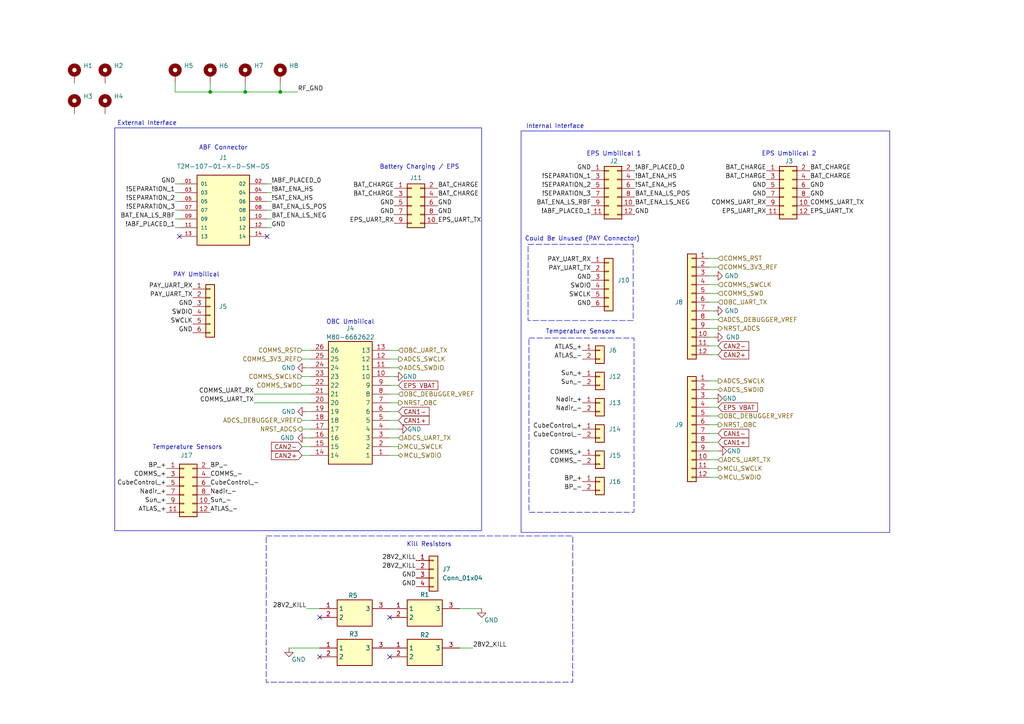
<source format=kicad_sch>
(kicad_sch (version 20231120) (generator "eeschema") (generator_version "8.0")
  (paper "A4")
  (lib_symbols
    (symbol "Connector_Generic:Conn_01x02" (pin_names (offset 1.016) hide)
      (property "Reference" "J" (at 0 2.54 0))
      (property "Value" "Conn_01x02" (at 0 -5.08 0))
      (symbol "Conn_01x02_1_1"
        (rectangle (start -1.27 -2.413) (end 0 -2.667) (stroke (width 0.1524)))
        (rectangle (start -1.27 0.127) (end 0 -0.127) (stroke (width 0.1524)))
        (rectangle (start -1.27 1.27) (end 1.27 -3.81) (stroke (width 0.254)) (fill (type background)))
        (pin passive line (at -5.08 0 0) (length 3.81) (name "Pin_1") (number "1"))
        (pin passive line (at -5.08 -2.54 0) (length 3.81) (name "Pin_2") (number "2"))
      )
    )
    (symbol "Connector_Generic:Conn_01x04" (pin_names (offset 1.016) hide)
      (property "Reference" "J" (at 0 5.08 0))
      (property "Value" "Conn_01x04" (at 0 -7.62 0))
      (symbol "Conn_01x04_1_1"
        (rectangle (start -1.27 -4.953) (end 0 -5.207) (stroke (width 0.1524)))
        (rectangle (start -1.27 -2.413) (end 0 -2.667) (stroke (width 0.1524)))
        (rectangle (start -1.27 0.127) (end 0 -0.127) (stroke (width 0.1524)))
        (rectangle (start -1.27 2.667) (end 0 2.413) (stroke (width 0.1524)))
        (rectangle (start -1.27 3.81) (end 1.27 -6.35) (stroke (width 0.254)) (fill (type background)))
        (pin passive line (at -5.08 2.54 0) (length 3.81) (name "Pin_1") (number "1"))
        (pin passive line (at -5.08 0 0) (length 3.81) (name "Pin_2") (number "2"))
        (pin passive line (at -5.08 -2.54 0) (length 3.81) (name "Pin_3") (number "3"))
        (pin passive line (at -5.08 -5.08 0) (length 3.81) (name "Pin_4") (number "4"))
      )
    )
    (symbol "Connector_Generic:Conn_01x06" (pin_names (offset 1.016) hide)
      (property "Reference" "J" (at 0 7.62 0))
      (property "Value" "Conn_01x06" (at 0 -10.16 0))
      (symbol "Conn_01x06_1_1"
        (rectangle (start -1.27 -7.493) (end 0 -7.747) (stroke (width 0.1524)))
        (rectangle (start -1.27 -4.953) (end 0 -5.207) (stroke (width 0.1524)))
        (rectangle (start -1.27 -2.413) (end 0 -2.667) (stroke (width 0.1524)))
        (rectangle (start -1.27 0.127) (end 0 -0.127) (stroke (width 0.1524)))
        (rectangle (start -1.27 2.667) (end 0 2.413) (stroke (width 0.1524)))
        (rectangle (start -1.27 5.207) (end 0 4.953) (stroke (width 0.1524)))
        (rectangle (start -1.27 6.35) (end 1.27 -8.89) (stroke (width 0.254)) (fill (type background)))
        (pin passive line (at -5.08 5.08 0) (length 3.81) (name "Pin_1") (number "1"))
        (pin passive line (at -5.08 2.54 0) (length 3.81) (name "Pin_2") (number "2"))
        (pin passive line (at -5.08 0 0) (length 3.81) (name "Pin_3") (number "3"))
        (pin passive line (at -5.08 -2.54 0) (length 3.81) (name "Pin_4") (number "4"))
        (pin passive line (at -5.08 -5.08 0) (length 3.81) (name "Pin_5") (number "5"))
        (pin passive line (at -5.08 -7.62 0) (length 3.81) (name "Pin_6") (number "6"))
      )
    )
    (symbol "Connector_Generic:Conn_01x12" (pin_names (offset 1.016) hide)
      (property "Reference" "J" (at 0 15.24 0))
      (property "Value" "Conn_01x12" (at 0 -17.78 0))
      (symbol "Conn_01x12_1_1"
        (rectangle (start -1.27 -15.113) (end 0 -15.367) (stroke (width 0.1524)))
        (rectangle (start -1.27 -12.573) (end 0 -12.827) (stroke (width 0.1524)))
        (rectangle (start -1.27 -10.033) (end 0 -10.287) (stroke (width 0.1524)))
        (rectangle (start -1.27 -7.493) (end 0 -7.747) (stroke (width 0.1524)))
        (rectangle (start -1.27 -4.953) (end 0 -5.207) (stroke (width 0.1524)))
        (rectangle (start -1.27 -2.413) (end 0 -2.667) (stroke (width 0.1524)))
        (rectangle (start -1.27 0.127) (end 0 -0.127) (stroke (width 0.1524)))
        (rectangle (start -1.27 2.667) (end 0 2.413) (stroke (width 0.1524)))
        (rectangle (start -1.27 5.207) (end 0 4.953) (stroke (width 0.1524)))
        (rectangle (start -1.27 7.747) (end 0 7.493) (stroke (width 0.1524)))
        (rectangle (start -1.27 10.287) (end 0 10.033) (stroke (width 0.1524)))
        (rectangle (start -1.27 12.827) (end 0 12.573) (stroke (width 0.1524)))
        (rectangle (start -1.27 13.97) (end 1.27 -16.51) (stroke (width 0.254)) (fill (type background)))
        (pin passive line (at -5.08 12.7 0) (length 3.81) (name "Pin_1") (number "1"))
        (pin passive line (at -5.08 -10.16 0) (length 3.81) (name "Pin_10") (number "10"))
        (pin passive line (at -5.08 -12.7 0) (length 3.81) (name "Pin_11") (number "11"))
        (pin passive line (at -5.08 -15.24 0) (length 3.81) (name "Pin_12") (number "12"))
        (pin passive line (at -5.08 10.16 0) (length 3.81) (name "Pin_2") (number "2"))
        (pin passive line (at -5.08 7.62 0) (length 3.81) (name "Pin_3") (number "3"))
        (pin passive line (at -5.08 5.08 0) (length 3.81) (name "Pin_4") (number "4"))
        (pin passive line (at -5.08 2.54 0) (length 3.81) (name "Pin_5") (number "5"))
        (pin passive line (at -5.08 0 0) (length 3.81) (name "Pin_6") (number "6"))
        (pin passive line (at -5.08 -2.54 0) (length 3.81) (name "Pin_7") (number "7"))
        (pin passive line (at -5.08 -5.08 0) (length 3.81) (name "Pin_8") (number "8"))
        (pin passive line (at -5.08 -7.62 0) (length 3.81) (name "Pin_9") (number "9"))
      )
    )
    (symbol "Connector_Generic:Conn_02x05_Odd_Even" (pin_names (offset 1.016) hide)
      (property "Reference" "J" (at 1.27 7.62 0))
      (property "Value" "Conn_02x05_Odd_Even" (at 1.27 -7.62 0))
      (symbol "Conn_02x05_Odd_Even_1_1"
        (rectangle (start -1.27 -4.953) (end 0 -5.207) (stroke (width 0.1524)))
        (rectangle (start -1.27 -2.413) (end 0 -2.667) (stroke (width 0.1524)))
        (rectangle (start -1.27 0.127) (end 0 -0.127) (stroke (width 0.1524)))
        (rectangle (start -1.27 2.667) (end 0 2.413) (stroke (width 0.1524)))
        (rectangle (start -1.27 5.207) (end 0 4.953) (stroke (width 0.1524)))
        (rectangle (start -1.27 6.35) (end 3.81 -6.35) (stroke (width 0.254)) (fill (type background)))
        (rectangle (start 3.81 -4.953) (end 2.54 -5.207) (stroke (width 0.1524)))
        (rectangle (start 3.81 -2.413) (end 2.54 -2.667) (stroke (width 0.1524)))
        (rectangle (start 3.81 0.127) (end 2.54 -0.127) (stroke (width 0.1524)))
        (rectangle (start 3.81 2.667) (end 2.54 2.413) (stroke (width 0.1524)))
        (rectangle (start 3.81 5.207) (end 2.54 4.953) (stroke (width 0.1524)))
        (pin passive line (at -5.08 5.08 0) (length 3.81) (name "Pin_1") (number "1"))
        (pin passive line (at 7.62 -5.08 180) (length 3.81) (name "Pin_10") (number "10"))
        (pin passive line (at 7.62 5.08 180) (length 3.81) (name "Pin_2") (number "2"))
        (pin passive line (at -5.08 2.54 0) (length 3.81) (name "Pin_3") (number "3"))
        (pin passive line (at 7.62 2.54 180) (length 3.81) (name "Pin_4") (number "4"))
        (pin passive line (at -5.08 0 0) (length 3.81) (name "Pin_5") (number "5"))
        (pin passive line (at 7.62 0 180) (length 3.81) (name "Pin_6") (number "6"))
        (pin passive line (at -5.08 -2.54 0) (length 3.81) (name "Pin_7") (number "7"))
        (pin passive line (at 7.62 -2.54 180) (length 3.81) (name "Pin_8") (number "8"))
        (pin passive line (at -5.08 -5.08 0) (length 3.81) (name "Pin_9") (number "9"))
      )
    )
    (symbol "Connector_Generic:Conn_02x06_Odd_Even" (pin_names (offset 1.016) hide)
      (property "Reference" "J" (at 1.27 7.62 0))
      (property "Value" "Conn_02x06_Odd_Even" (at 1.27 -10.16 0))
      (symbol "Conn_02x06_Odd_Even_1_1"
        (rectangle (start -1.27 -7.493) (end 0 -7.747) (stroke (width 0.1524)))
        (rectangle (start -1.27 -4.953) (end 0 -5.207) (stroke (width 0.1524)))
        (rectangle (start -1.27 -2.413) (end 0 -2.667) (stroke (width 0.1524)))
        (rectangle (start -1.27 0.127) (end 0 -0.127) (stroke (width 0.1524)))
        (rectangle (start -1.27 2.667) (end 0 2.413) (stroke (width 0.1524)))
        (rectangle (start -1.27 5.207) (end 0 4.953) (stroke (width 0.1524)))
        (rectangle (start -1.27 6.35) (end 3.81 -8.89) (stroke (width 0.254)) (fill (type background)))
        (rectangle (start 3.81 -7.493) (end 2.54 -7.747) (stroke (width 0.1524)))
        (rectangle (start 3.81 -4.953) (end 2.54 -5.207) (stroke (width 0.1524)))
        (rectangle (start 3.81 -2.413) (end 2.54 -2.667) (stroke (width 0.1524)))
        (rectangle (start 3.81 0.127) (end 2.54 -0.127) (stroke (width 0.1524)))
        (rectangle (start 3.81 2.667) (end 2.54 2.413) (stroke (width 0.1524)))
        (rectangle (start 3.81 5.207) (end 2.54 4.953) (stroke (width 0.1524)))
        (pin passive line (at -5.08 5.08 0) (length 3.81) (name "Pin_1") (number "1"))
        (pin passive line (at 7.62 -5.08 180) (length 3.81) (name "Pin_10") (number "10"))
        (pin passive line (at -5.08 -7.62 0) (length 3.81) (name "Pin_11") (number "11"))
        (pin passive line (at 7.62 -7.62 180) (length 3.81) (name "Pin_12") (number "12"))
        (pin passive line (at 7.62 5.08 180) (length 3.81) (name "Pin_2") (number "2"))
        (pin passive line (at -5.08 2.54 0) (length 3.81) (name "Pin_3") (number "3"))
        (pin passive line (at 7.62 2.54 180) (length 3.81) (name "Pin_4") (number "4"))
        (pin passive line (at -5.08 0 0) (length 3.81) (name "Pin_5") (number "5"))
        (pin passive line (at 7.62 0 180) (length 3.81) (name "Pin_6") (number "6"))
        (pin passive line (at -5.08 -2.54 0) (length 3.81) (name "Pin_7") (number "7"))
        (pin passive line (at 7.62 -2.54 180) (length 3.81) (name "Pin_8") (number "8"))
        (pin passive line (at -5.08 -5.08 0) (length 3.81) (name "Pin_9") (number "9"))
      )
    )
    (symbol "GND_1" (power) (pin_numbers hide) (pin_names (offset 0) hide)
      (property "Value" "GND" (at 0 -3.81 0))
      (symbol "GND_1_0_1"
        (polyline (pts (xy 0 0) (xy 0 -1.27) (xy 1.27 -1.27) (xy 0 -2.54) (xy -1.27 -1.27) (xy 0 -1.27)))
      )
      (symbol "GND_1_1_1"
        (pin power_in line (at 0 0 270) (length 0) (name "~") (number "1"))
      )
    )
    (symbol "M80-6662622:M80-6662622"
      (property "Reference" "J" (at 19.05 7.62 0))
      (property "Value" "M80-6662622" (at 19.05 5.08 0))
      (symbol "M80-6662622_1_1"
        (rectangle (start 5.08 2.54) (end 17.78 -33.02) (stroke (width 0.254)) (fill (type background)))
        (pin passive line (at 22.86 -30.48 180) (length 5.08) (name "1") (number "1"))
        (pin passive line (at 22.86 -7.62 180) (length 5.08) (name "10") (number "10"))
        (pin passive line (at 22.86 -5.08 180) (length 5.08) (name "11") (number "11"))
        (pin passive line (at 22.86 -2.54 180) (length 5.08) (name "12") (number "12"))
        (pin passive line (at 22.86 0 180) (length 5.08) (name "13") (number "13"))
        (pin passive line (at 0 -30.48 0) (length 5.08) (name "14") (number "14"))
        (pin passive line (at 0 -27.94 0) (length 5.08) (name "15") (number "15"))
        (pin passive line (at 0 -25.4 0) (length 5.08) (name "16") (number "16"))
        (pin passive line (at 0 -22.86 0) (length 5.08) (name "17") (number "17"))
        (pin passive line (at 0 -20.32 0) (length 5.08) (name "18") (number "18"))
        (pin passive line (at 0 -17.78 0) (length 5.08) (name "19") (number "19"))
        (pin passive line (at 22.86 -27.94 180) (length 5.08) (name "2") (number "2"))
        (pin passive line (at 0 -15.24 0) (length 5.08) (name "20") (number "20"))
        (pin passive line (at 0 -12.7 0) (length 5.08) (name "21") (number "21"))
        (pin passive line (at 0 -10.16 0) (length 5.08) (name "22") (number "22"))
        (pin passive line (at 0 -7.62 0) (length 5.08) (name "23") (number "23"))
        (pin passive line (at 0 -5.08 0) (length 5.08) (name "24") (number "24"))
        (pin passive line (at 0 -2.54 0) (length 5.08) (name "25") (number "25"))
        (pin passive line (at 0 0 0) (length 5.08) (name "26") (number "26"))
        (pin passive line (at 22.86 -25.4 180) (length 5.08) (name "3") (number "3"))
        (pin passive line (at 22.86 -22.86 180) (length 5.08) (name "4") (number "4"))
        (pin passive line (at 22.86 -20.32 180) (length 5.08) (name "5") (number "5"))
        (pin passive line (at 22.86 -17.78 180) (length 5.08) (name "6") (number "6"))
        (pin passive line (at 22.86 -15.24 180) (length 5.08) (name "7") (number "7"))
        (pin passive line (at 22.86 -12.7 180) (length 5.08) (name "8") (number "8"))
        (pin passive line (at 22.86 -10.16 180) (length 5.08) (name "9") (number "9"))
      )
    )
    (symbol "Mechanical:MountingHole_Pad" (pin_numbers hide) (pin_names (offset 1.016) hide) (exclude_from_sim yes) (in_bom no)
      (property "Reference" "H" (at 0 6.35 0))
      (property "Value" "MountingHole_Pad" (at 0 4.445 0))
      (symbol "MountingHole_Pad_0_1"
        (circle (center 0 1.27) (radius 1.27) (stroke (width 1.27)))
      )
      (symbol "MountingHole_Pad_1_1"
        (pin input line (at 0 -2.54 90) (length 2.54) (name "1") (number "1"))
      )
    )
    (symbol "PWR263S-35-56R0F:PWR263S-35-56R0F"
      (property "Reference" "R" (at 16.51 7.62 0))
      (property "Value" "PWR263S-35-56R0F" (at 16.51 5.08 0))
      (symbol "PWR263S-35-56R0F_1_1"
        (rectangle (start 5.08 2.54) (end 15.24 -5.08) (stroke (width 0.254)) (fill (type background)))
        (pin passive line (at 0 0 0) (length 5.08) (name "1") (number "1"))
        (pin passive line (at 0 -2.54 0) (length 5.08) (name "2") (number "2"))
        (pin passive line (at 20.32 0 180) (length 5.08) (name "3") (number "3"))
      )
    )
    (symbol "T2M-107-01-X-D-SM-DS:T2M-107-01-X-D-SM-DS" (pin_names (offset 1.016))
      (property "Reference" "J" (at -7.62 10.922 0))
      (property "Value" "T2M-107-01-X-D-SM-DS" (at -7.62 -12.7 0))
      (symbol "T2M-107-01-X-D-SM-DS_0_0"
        (rectangle (start -7.62 -10.16) (end 7.62 10.16) (stroke (width 0.254)) (fill (type background)))
        (pin passive line (at -12.7 7.62 0) (length 5.08) (name "01") (number "01"))
        (pin passive line (at 12.7 7.62 180) (length 5.08) (name "02") (number "02"))
        (pin passive line (at -12.7 5.08 0) (length 5.08) (name "03") (number "03"))
        (pin passive line (at 12.7 5.08 180) (length 5.08) (name "04") (number "04"))
        (pin passive line (at -12.7 2.54 0) (length 5.08) (name "05") (number "05"))
        (pin passive line (at 12.7 2.54 180) (length 5.08) (name "06") (number "06"))
        (pin passive line (at -12.7 0 0) (length 5.08) (name "07") (number "07"))
        (pin passive line (at 12.7 0 180) (length 5.08) (name "08") (number "08"))
        (pin passive line (at -12.7 -2.54 0) (length 5.08) (name "09") (number "09"))
        (pin passive line (at 12.7 -2.54 180) (length 5.08) (name "10") (number "10"))
        (pin passive line (at -12.7 -5.08 0) (length 5.08) (name "11") (number "11"))
        (pin passive line (at 12.7 -5.08 180) (length 5.08) (name "12") (number "12"))
        (pin passive line (at -12.7 -7.62 0) (length 5.08) (name "13") (number "13"))
        (pin passive line (at 12.7 -7.62 180) (length 5.08) (name "14") (number "14"))
      )
    )
    (symbol "power:GND" (power) (pin_names (offset 0))
      (property "Value" "GND" (at 0 -3.81 0))
      (symbol "GND_0_1"
        (polyline (pts (xy 0 0) (xy 0 -1.27) (xy 1.27 -1.27) (xy 0 -2.54) (xy -1.27 -1.27) (xy 0 -1.27)))
      )
      (symbol "GND_1_1"
        (pin power_in line (at 0 0 270) (length 0) hide (name "GND") (number "1"))
      )
    )
  )
  (junction (at 60.96 26.67))
  (junction (at 81.28 26.67))
  (junction (at 71.12 26.67))
  (no_connect (at 92.71 179.07))
  (no_connect (at 113.03 179.07))
  (no_connect (at 92.71 190.5))
  (no_connect (at 52.07 68.58))
  (no_connect (at 77.47 68.58))
  (no_connect (at 113.03 190.5))
  (wire (pts (xy 50.8 26.67) (xy 50.8 24.13)))
  (wire (pts (xy 73.66 116.84) (xy 90.17 116.84)))
  (wire (pts (xy 115.57 114.3) (xy 113.03 114.3)))
  (wire (pts (xy 208.28 113.03) (xy 205.74 113.03)))
  (wire (pts (xy 113.03 124.46) (xy 115.57 124.46)))
  (wire (pts (xy 208.28 77.47) (xy 205.74 77.47)))
  (wire (pts (xy 88.9 106.68) (xy 90.17 106.68)))
  (wire (pts (xy 87.63 124.46) (xy 90.17 124.46)))
  (wire (pts (xy 50.8 60.96) (xy 52.07 60.96)))
  (wire (pts (xy 87.63 132.08) (xy 90.17 132.08)))
  (wire (pts (xy 73.66 114.3) (xy 90.17 114.3)))
  (wire (pts (xy 115.57 104.14) (xy 113.03 104.14)))
  (wire (pts (xy 115.57 129.54) (xy 113.03 129.54)))
  (wire (pts (xy 208.28 92.71) (xy 205.74 92.71)))
  (wire (pts (xy 114.3 109.22) (xy 113.03 109.22)))
  (wire (pts (xy 115.57 101.6) (xy 113.03 101.6)))
  (wire (pts (xy 50.8 53.34) (xy 52.07 53.34)))
  (wire (pts (xy 208.28 135.89) (xy 205.74 135.89)))
  (wire (pts (xy 60.96 26.67) (xy 50.8 26.67)))
  (wire (pts (xy 208.28 102.87) (xy 205.74 102.87)))
  (wire (pts (xy 87.63 109.22) (xy 90.17 109.22)))
  (wire (pts (xy 60.96 24.13) (xy 60.96 26.67)))
  (wire (pts (xy 88.9 176.53) (xy 92.71 176.53)))
  (wire (pts (xy 87.63 101.6) (xy 90.17 101.6)))
  (wire (pts (xy 86.36 26.67) (xy 81.28 26.67)))
  (wire (pts (xy 208.28 138.43) (xy 205.74 138.43)))
  (wire (pts (xy 208.28 128.27) (xy 205.74 128.27)))
  (wire (pts (xy 78.74 66.04) (xy 77.47 66.04)))
  (wire (pts (xy 208.28 120.65) (xy 205.74 120.65)))
  (wire (pts (xy 208.28 110.49) (xy 205.74 110.49)))
  (wire (pts (xy 88.9 127) (xy 90.17 127)))
  (wire (pts (xy 50.8 63.5) (xy 52.07 63.5)))
  (wire (pts (xy 115.57 106.68) (xy 113.03 106.68)))
  (wire (pts (xy 115.57 132.08) (xy 113.03 132.08)))
  (wire (pts (xy 208.28 123.19) (xy 205.74 123.19)))
  (wire (pts (xy 133.35 187.96) (xy 137.16 187.96)))
  (wire (pts (xy 87.63 121.92) (xy 90.17 121.92)))
  (wire (pts (xy 139.7 176.53) (xy 133.35 176.53)))
  (wire (pts (xy 208.28 74.93) (xy 205.74 74.93)))
  (wire (pts (xy 115.57 121.92) (xy 113.03 121.92)))
  (wire (pts (xy 81.28 26.67) (xy 71.12 26.67)))
  (wire (pts (xy 78.74 58.42) (xy 77.47 58.42)))
  (wire (pts (xy 71.12 24.13) (xy 71.12 26.67)))
  (wire (pts (xy 87.63 111.76) (xy 90.17 111.76)))
  (wire (pts (xy 78.74 53.34) (xy 77.47 53.34)))
  (wire (pts (xy 83.82 187.96) (xy 92.71 187.96)))
  (wire (pts (xy 113.03 111.76) (xy 115.57 111.76)))
  (wire (pts (xy 88.9 119.38) (xy 90.17 119.38)))
  (wire (pts (xy 87.63 129.54) (xy 90.17 129.54)))
  (wire (pts (xy 208.28 85.09) (xy 205.74 85.09)))
  (wire (pts (xy 207.01 115.57) (xy 205.74 115.57)))
  (wire (pts (xy 87.63 104.14) (xy 90.17 104.14)))
  (wire (pts (xy 115.57 116.84) (xy 113.03 116.84)))
  (wire (pts (xy 115.57 119.38) (xy 113.03 119.38)))
  (wire (pts (xy 78.74 63.5) (xy 77.47 63.5)))
  (wire (pts (xy 207.01 90.17) (xy 205.74 90.17)))
  (wire (pts (xy 205.74 118.11) (xy 208.28 118.11)))
  (wire (pts (xy 71.12 26.67) (xy 60.96 26.67)))
  (wire (pts (xy 207.01 80.01) (xy 205.74 80.01)))
  (wire (pts (xy 78.74 55.88) (xy 77.47 55.88)))
  (wire (pts (xy 205.74 130.81) (xy 208.28 130.81)))
  (wire (pts (xy 50.8 58.42) (xy 52.07 58.42)))
  (wire (pts (xy 207.01 97.79) (xy 205.74 97.79)))
  (wire (pts (xy 115.57 127) (xy 113.03 127)))
  (wire (pts (xy 81.28 24.13) (xy 81.28 26.67)))
  (wire (pts (xy 78.74 60.96) (xy 77.47 60.96)))
  (wire (pts (xy 50.8 55.88) (xy 52.07 55.88)))
  (wire (pts (xy 208.28 87.63) (xy 205.74 87.63)))
  (wire (pts (xy 208.28 95.25) (xy 205.74 95.25)))
  (wire (pts (xy 208.28 100.33) (xy 205.74 100.33)))
  (wire (pts (xy 208.28 133.35) (xy 205.74 133.35)))
  (wire (pts (xy 208.28 125.73) (xy 205.74 125.73)))
  (wire (pts (xy 208.28 82.55) (xy 205.74 82.55)))
  (wire (pts (xy 50.8 66.04) (xy 52.07 66.04)))
  (rectangle (start 153.416 98.044) (end 183.896 148.59) (stroke (width 0) (type dash)))
  (rectangle (start 33.274 37.084) (end 139.7 153.924))
  (rectangle (start 151.13 37.9819) (end 258.0593 154.432))
  (rectangle (start 77.216 155.448) (end 166.116 197.866) (stroke (width 0) (type dash)))
  (rectangle (start 153.162 70.866) (end 183.642 92.964) (stroke (width 0) (type dash)))
  (text "External Interface" (at 42.672 35.814 0) (effects (font (size 1.27 1.27))))
  (text "ABF Connector\n" (at 64.77 42.926 0) (effects (font (size 1.27 1.27))))
  (text "Internal Interface" (at 161.0313 36.7119 0) (effects (font (size 1.27 1.27))))
  (text "Kill Resistors" (at 124.46 157.988 0) (effects (font (size 1.27 1.27))))
  (text "OBC Umbilical" (at 101.6 93.472 0) (effects (font (size 1.27 1.27))))
  (text "Could Be Unused (PAY Connector)" (at 168.91 69.342 0) (effects (font (size 1.27 1.27))))
  (text "EPS Umbilical 1\n" (at 178.054 44.704 0) (effects (font (size 1.27 1.27))))
  (text "Temperature Sensors" (at 54.356 129.794 0) (effects (font (size 1.27 1.27))))
  (text "Battery Charging / EPS" (at 121.666 48.514 0) (effects (font (size 1.27 1.27))))
  (text "EPS Umbilical 2\n\n" (at 228.854 45.72 0) (effects (font (size 1.27 1.27))))
  (text "Temperature Sensors" (at 168.402 96.266 0) (effects (font (size 1.27 1.27))))
  (text "PAY Umbilical" (at 56.896 79.756 0) (effects (font (size 1.27 1.27))))
  (label "BAT_ENA_LS_RBF" (at 171.45 59.69 180))
  (label "GND" (at 120.65 167.64 180))
  (label "GND" (at 234.95 54.61 0))
  (label "!SEPARATION_2" (at 171.45 54.61 180))
  (label "!BAT_ENA_HS" (at 184.15 52.07 0))
  (label "BAT_CHARGE" (at 114.3 54.61 180))
  (label "COMMS_UART_RX" (at 222.25 59.69 180))
  (label "GND" (at 234.95 57.15 0))
  (label "CubeControl_-" (at 60.96 140.97 0))
  (label "GND" (at 114.3 62.23 180))
  (label "EPS_UART_TX" (at 127 64.77 0))
  (label "GND" (at 171.45 49.53 180))
  (label "GND" (at 171.45 81.28 180))
  (label "!BAT_ENA_HS" (at 78.74 55.88 0))
  (label "EPS_UART_RX" (at 222.25 62.23 180))
  (label "PAY_UART_RX" (at 171.45 76.2 180))
  (label "EPS_UART_TX" (at 234.95 62.23 0))
  (label "BAT_CHARGE" (at 222.25 52.07 180))
  (label "Sun_+" (at 168.91 109.22 180))
  (label "Nadir_+" (at 168.91 116.84 180))
  (label "PAY_UART_RX" (at 55.88 83.82 180))
  (label "!SEPARATION_3" (at 50.8 60.96 180))
  (label "BAT_ENA_LS_NEG" (at 78.74 63.5 0))
  (label "!SEPARATION_1" (at 171.45 52.07 180))
  (label "SWCLK" (at 171.45 86.36 180))
  (label "COMMS_+" (at 48.26 138.43 180))
  (label "!SEPARATION_1" (at 50.8 55.88 180))
  (label "BAT_CHARGE" (at 127 57.15 0))
  (label "GND" (at 127 59.69 0))
  (label "BP_+" (at 168.91 139.7 180))
  (label "SWDIO" (at 55.88 91.44 180))
  (label "COMMS_-" (at 168.91 134.62 180))
  (label "!ABF_PLACED_1" (at 171.45 62.23 180))
  (label "GND" (at 222.25 57.15 180))
  (label "BAT_ENA_LS_NEG" (at 184.15 59.69 0))
  (label "!ABF_PLACED_0" (at 184.15 49.53 0))
  (label "!SEPARATION_3" (at 171.45 57.15 180))
  (label "Nadir_-" (at 168.91 119.38 180))
  (label "BP_-" (at 168.91 142.24 180))
  (label "COMMS_UART_TX" (at 234.95 59.69 0))
  (label "EPS_UART_RX" (at 114.3 64.77 180))
  (label "COMMS_+" (at 168.91 132.08 180))
  (label "ATLAS_+" (at 48.26 148.59 180))
  (label "GND" (at 184.15 62.23 0))
  (label "PAY_UART_TX" (at 171.45 78.74 180))
  (label "CubeControl_-" (at 168.91 127 180))
  (label "GND" (at 120.65 170.18 180))
  (label "BAT_CHARGE" (at 234.95 52.07 0))
  (label "SWCLK" (at 55.88 93.98 180))
  (label "Nadir_-" (at 60.96 143.51 0))
  (label "GND" (at 127 62.23 0))
  (label "Sun_+" (at 48.26 146.05 180))
  (label "BP_-" (at 60.96 135.89 0))
  (label "BAT_ENA_LS_RBF" (at 50.8 63.5 180))
  (label "COMMS_UART_TX" (at 73.66 116.84 180))
  (label "COMMS_UART_RX" (at 73.66 114.3 180))
  (label "GND" (at 222.25 54.61 180))
  (label "Nadir_+" (at 48.26 143.51 180))
  (label "!SAT_ENA_HS" (at 184.15 54.61 0))
  (label "BAT_CHARGE" (at 127 54.61 0))
  (label "BAT_CHARGE" (at 222.25 49.53 180))
  (label "ATLAS_-" (at 168.91 104.14 180))
  (label "28V2_KILL" (at 120.65 162.56 180))
  (label "COMMS_-" (at 60.96 138.43 0))
  (label "28V2_KILL" (at 137.16 187.96 0))
  (label "GND" (at 55.88 96.52 180))
  (label "RF_GND" (at 86.36 26.67 0))
  (label "!ABF_PLACED_0" (at 78.74 53.34 0))
  (label "ATLAS_-" (at 60.96 148.59 0))
  (label "Sun_-" (at 60.96 146.05 0))
  (label "!SEPARATION_2" (at 50.8 58.42 180))
  (label "GND" (at 50.8 53.34 180))
  (label "CubeControl_+" (at 48.26 140.97 180))
  (label "GND" (at 114.3 59.69 180))
  (label "PAY_UART_TX" (at 55.88 86.36 180))
  (label "!SAT_ENA_HS" (at 78.74 58.42 0))
  (label "ATLAS_+" (at 168.91 101.6 180))
  (label "!ABF_PLACED_1" (at 50.8 66.04 180))
  (label "Sun_-" (at 168.91 111.76 180))
  (label "28V2_KILL" (at 88.9 176.53 180))
  (label "BAT_CHARGE" (at 114.3 57.15 180))
  (label "CubeControl_+" (at 168.91 124.46 180))
  (label "BAT_ENA_LS_POS" (at 78.74 60.96 0))
  (label "GND" (at 171.45 88.9 180))
  (label "GND" (at 55.88 88.9 180))
  (label "SWDIO" (at 171.45 83.82 180))
  (label "BAT_ENA_LS_POS" (at 184.15 57.15 0))
  (label "BP_+" (at 48.26 135.89 180))
  (label "BAT_CHARGE" (at 234.95 49.53 0))
  (label "GND" (at 78.74 66.04 0))
  (label "28V2_KILL" (at 120.65 165.1 180))
  (global_label "CAN1-" (shape input) (at 115.57 119.38 0) (property "Intersheetrefs" "${INTERSHEET_REFS}" (effects (hide yes))))
  (global_label "CAN2+" (shape input) (at 87.63 132.08 180) (property "Intersheetrefs" "${INTERSHEET_REFS}" (effects (hide yes))))
  (global_label "CAN1+" (shape input) (at 115.57 121.92 0) (property "Intersheetrefs" "${INTERSHEET_REFS}" (effects (hide yes))))
  (global_label "CAN2-" (shape input) (at 208.28 100.33 0) (property "Intersheetrefs" "${INTERSHEET_REFS}" (effects (hide yes))))
  (global_label "CAN2-" (shape input) (at 87.63 129.54 180) (property "Intersheetrefs" "${INTERSHEET_REFS}" (effects (hide yes))))
  (global_label "EPS VBAT" (shape input) (at 208.28 118.11 0) (property "Intersheetrefs" "${INTERSHEET_REFS}" (effects (hide yes))))
  (global_label "CAN2+" (shape input) (at 208.28 102.87 0) (property "Intersheetrefs" "${INTERSHEET_REFS}" (effects (hide yes))))
  (global_label "CAN1+" (shape input) (at 208.28 128.27 0) (property "Intersheetrefs" "${INTERSHEET_REFS}" (effects (hide yes))))
  (global_label "CAN1-" (shape input) (at 208.28 125.73 0) (property "Intersheetrefs" "${INTERSHEET_REFS}" (effects (hide yes))))
  (global_label "EPS VBAT" (shape input) (at 115.57 111.76 0) (property "Intersheetrefs" "${INTERSHEET_REFS}" (effects (hide yes))))
  (hierarchical_label "MCU_SWDIO" (shape bidirectional) (at 208.28 138.43 0))
  (hierarchical_label "ADCS_DEBUGGER_VREF" (shape input) (at 208.28 92.71 0))
  (hierarchical_label "ADCS_SWCLK" (shape output) (at 115.57 104.14 0))
  (hierarchical_label "OBC_DEBUGGER_VREF" (shape input) (at 208.28 120.65 0))
  (hierarchical_label "MCU_SWCLK" (shape output) (at 208.28 135.89 0))
  (hierarchical_label "NRST_OBC" (shape output) (at 115.57 116.84 0))
  (hierarchical_label "ADCS_UART_TX" (shape input) (at 208.28 133.35 0))
  (hierarchical_label "COMMS_RST" (shape input) (at 87.63 101.6 180))
  (hierarchical_label "MCU_SWDIO" (shape bidirectional) (at 115.57 132.08 0))
  (hierarchical_label "COMMS_3V3_REF" (shape input) (at 87.63 104.14 180))
  (hierarchical_label "OBC_DEBUGGER_VREF" (shape input) (at 115.57 114.3 0))
  (hierarchical_label "COMMS_SWD" (shape input) (at 208.28 85.09 0))
  (hierarchical_label "NRST_ADCS" (shape output) (at 87.63 124.46 180))
  (hierarchical_label "ADCS_DEBUGGER_VREF" (shape input) (at 87.63 121.92 180))
  (hierarchical_label "ADCS_SWDIO" (shape bidirectional) (at 208.28 113.03 0))
  (hierarchical_label "COMMS_3V3_REF" (shape input) (at 208.28 77.47 0))
  (hierarchical_label "COMMS_RST" (shape input) (at 208.28 74.93 0))
  (hierarchical_label "OBC_UART_TX" (shape input) (at 208.28 87.63 0))
  (hierarchical_label "ADCS_UART_TX" (shape input) (at 115.57 127 0))
  (hierarchical_label "MCU_SWCLK" (shape output) (at 115.57 129.54 0))
  (hierarchical_label "ADCS_SWCLK" (shape output) (at 208.28 110.49 0))
  (hierarchical_label "NRST_OBC" (shape output) (at 208.28 123.19 0))
  (hierarchical_label "NRST_ADCS" (shape output) (at 208.28 95.25 0))
  (hierarchical_label "COMMS_SWCLK" (shape input) (at 87.63 109.22 180))
  (hierarchical_label "COMMS_SWCLK" (shape input) (at 208.28 82.55 0))
  (hierarchical_label "ADCS_SWDIO" (shape bidirectional) (at 115.57 106.68 0))
  (hierarchical_label "COMMS_SWD" (shape input) (at 87.63 111.76 180))
  (hierarchical_label "OBC_UART_TX" (shape input) (at 115.57 101.6 0))
  (symbol (lib_id "Connector_Generic:Conn_01x02") (at 173.99 109.22 0) (unit 1)
    (property "Reference" "J12" (at 176.53 109.2199 0) (effects (justify left)))
    (property "Value" "Conn_01x02" (effects (hide yes)))
    (property "Footprint" "504050-0291:5040500291" (effects (hide yes)))
    (property "Description" "Generic connector, single row, 01x02, script generated (kicad-library-utils/schlib/autogen/connector/)" (effects (hide yes)))
  )
  (symbol (lib_id "PWR263S-35-56R0F:PWR263S-35-56R0F") (at 92.71 187.96 0) (unit 1)
    (property "Reference" "R3" (at 102.616 183.896 0))
    (property "Value" "PWR263S-35-56R0F" (effects (hide yes)))
    (property "Footprint" "PWR263S3556R0F" (effects (hide yes)))
    (property "Datasheet" "http://www.bourns.com/docs/Product-Datasheets/pwr263s-35.pdf" (effects (hide yes)))
    (property "Description" "BOURNS - PWR263S-35-56R0F - RESISTOR, POWER, 56R, 0.01, 35W" (effects (hide yes)))
    (property "Manufacturer_Name" "Bourns" (effects (hide yes)))
    (property "Manufacturer_Part_Number" "PWR263S-35-56R0F" (effects (hide yes)))
    (property "Mouser Part Number" "652-PWR263S3556R0F" (effects (hide yes)))
    (property "Mouser Price/Stock" "https://www.mouser.co.uk/ProductDetail/Bourns/PWR263S-35-56R0F?qs=oyIm%2F3giSj5cCPEmWdLGMQ%3D%3D" (effects (hide yes)))
    (property "Arrow Part Number" "PWR263S-35-56R0F" (effects (hide yes)))
    (property "Arrow Price/Stock" "https://www.arrow.com/en/products/pwr263s-35-56r0f/bourns" (effects (hide yes)))
  )
  (symbol (lib_id "power:GND") (at 208.28 130.81 90) (unit 1)
    (property "Reference" "#PWR08" (effects (hide yes)))
    (property "Value" "GND" (at 210.82 130.81 90) (effects (justify right)))
  )
  (symbol (lib_id "power:GND") (at 88.9 106.68 270) (mirror x) (unit 1)
    (property "Reference" "#PWR01" (effects (hide yes)))
    (property "Value" "GND" (at 81.661 106.68 90) (effects (justify left)))
  )
  (symbol (lib_id "PWR263S-35-56R0F:PWR263S-35-56R0F") (at 113.03 187.96 0) (unit 1)
    (property "Reference" "R2" (at 123.19 184.15 0))
    (property "Value" "PWR263S-35-56R0F" (effects (hide yes)))
    (property "Footprint" "PWR263S3556R0F" (effects (hide yes)))
    (property "Datasheet" "http://www.bourns.com/docs/Product-Datasheets/pwr263s-35.pdf" (effects (hide yes)))
    (property "Description" "BOURNS - PWR263S-35-56R0F - RESISTOR, POWER, 56R, 0.01, 35W" (effects (hide yes)))
    (property "Manufacturer_Name" "Bourns" (effects (hide yes)))
    (property "Manufacturer_Part_Number" "PWR263S-35-56R0F" (effects (hide yes)))
    (property "Mouser Part Number" "652-PWR263S3556R0F" (effects (hide yes)))
    (property "Mouser Price/Stock" "https://www.mouser.co.uk/ProductDetail/Bourns/PWR263S-35-56R0F?qs=oyIm%2F3giSj5cCPEmWdLGMQ%3D%3D" (effects (hide yes)))
    (property "Arrow Part Number" "PWR263S-35-56R0F" (effects (hide yes)))
    (property "Arrow Price/Stock" "https://www.arrow.com/en/products/pwr263s-35-56r0f/bourns" (effects (hide yes)))
  )
  (symbol (lib_id "Mechanical:MountingHole_Pad") (at 60.96 21.59 0) (unit 1) (exclude_from_sim yes) (in_bom no)
    (property "Reference" "H6" (at 63.5 19.0499 0) (effects (justify left)))
    (property "Value" "MountingHole_Pad" (effects (hide yes)))
    (property "Footprint" "MountingHole:MountingHole_2.2mm_M2_DIN965_Pad" (effects (hide yes)))
    (property "Description" "Mounting Hole with connection" (effects (hide yes)))
  )
  (symbol (lib_id "Mechanical:MountingHole_Pad") (at 50.8 21.59 0) (unit 1) (exclude_from_sim yes) (in_bom no)
    (property "Reference" "H5" (at 53.34 19.0499 0) (effects (justify left)))
    (property "Value" "MountingHole_Pad" (effects (hide yes)))
    (property "Footprint" "MountingHole:MountingHole_2.2mm_M2_DIN965_Pad" (effects (hide yes)))
    (property "Description" "Mounting Hole with connection" (effects (hide yes)))
  )
  (symbol (lib_id "Connector_Generic:Conn_01x04") (at 125.73 165.1 0) (unit 1)
    (property "Reference" "J7" (at 128.27 165.0999 0) (effects (justify left)))
    (property "Value" "Conn_01x04" (at 128.27 167.6399 0) (effects (justify left)))
    (property "Footprint" "504050-0491:5040500491" (effects (hide yes)))
    (property "Description" "Generic connector, single row, 01x04, script generated (kicad-library-utils/schlib/autogen/connector/)" (effects (hide yes)))
  )
  (symbol (lib_id "power:GND") (at 207.01 90.17 90) (unit 1)
    (property "Reference" "#PWR010" (effects (hide yes)))
    (property "Value" "GND" (at 214.249 90.17 90) (effects (justify left)))
  )
  (symbol (lib_id "Mechanical:MountingHole_Pad") (at 21.59 21.59 0) (unit 1) (exclude_from_sim yes) (in_bom no)
    (property "Reference" "H1" (at 24.13 19.0499 0) (effects (justify left)))
    (property "Value" "MountingHole_Pad" (effects (hide yes)))
    (property "Footprint" "MountingHole:MountingHole_3.5mm" (effects (hide yes)))
    (property "Description" "Mounting Hole with connection" (effects (hide yes)))
  )
  (symbol (lib_id "Connector_Generic:Conn_01x02") (at 173.99 101.6 0) (unit 1)
    (property "Reference" "J6" (at 176.53 101.5999 0) (effects (justify left)))
    (property "Value" "Conn_01x02" (effects (hide yes)))
    (property "Footprint" "504050-0291:5040500291" (effects (hide yes)))
    (property "Description" "Generic connector, single row, 01x02, script generated (kicad-library-utils/schlib/autogen/connector/)" (effects (hide yes)))
  )
  (symbol (lib_id "Connector_Generic:Conn_02x06_Odd_Even") (at 227.33 54.61 0) (unit 1)
    (property "Reference" "J3" (at 228.854 46.736 0))
    (property "Value" "Conn_02x06_Odd_Even" (effects (hide yes)))
    (property "Footprint" "504050-1291:5040501291" (effects (hide yes)))
    (property "Description" "Generic connector, double row, 02x06, odd/even pin numbering scheme (row 1 odd numbers, row 2 even numbers), script generated (kicad-library-utils/schlib/autogen/connector/)" (effects (hide yes)))
  )
  (symbol (lib_id "Connector_Generic:Conn_01x02") (at 173.99 132.08 0) (unit 1)
    (property "Reference" "J15" (at 176.53 132.0799 0) (effects (justify left)))
    (property "Value" "Conn_01x02" (effects (hide yes)))
    (property "Footprint" "504050-0291:5040500291" (effects (hide yes)))
    (property "Description" "Generic connector, single row, 01x02, script generated (kicad-library-utils/schlib/autogen/connector/)" (effects (hide yes)))
  )
  (symbol (lib_id "power:GND") (at 114.3 109.22 90) (unit 1)
    (property "Reference" "#PWR04" (effects (hide yes)))
    (property "Value" "GND" (at 116.84 109.22 90) (effects (justify right)))
  )
  (symbol (lib_id "PWR263S-35-56R0F:PWR263S-35-56R0F") (at 92.71 176.53 0) (unit 1)
    (property "Reference" "R5" (at 102.362 172.72 0))
    (property "Value" "PWR263S-35-56R0F" (effects (hide yes)))
    (property "Footprint" "PWR263S3556R0F" (effects (hide yes)))
    (property "Datasheet" "http://www.bourns.com/docs/Product-Datasheets/pwr263s-35.pdf" (effects (hide yes)))
    (property "Description" "BOURNS - PWR263S-35-56R0F - RESISTOR, POWER, 56R, 0.01, 35W" (effects (hide yes)))
    (property "Manufacturer_Name" "Bourns" (effects (hide yes)))
    (property "Manufacturer_Part_Number" "PWR263S-35-56R0F" (effects (hide yes)))
    (property "Mouser Part Number" "652-PWR263S3556R0F" (effects (hide yes)))
    (property "Mouser Price/Stock" "https://www.mouser.co.uk/ProductDetail/Bourns/PWR263S-35-56R0F?qs=oyIm%2F3giSj5cCPEmWdLGMQ%3D%3D" (effects (hide yes)))
    (property "Arrow Part Number" "PWR263S-35-56R0F" (effects (hide yes)))
    (property "Arrow Price/Stock" "https://www.arrow.com/en/products/pwr263s-35-56r0f/bourns" (effects (hide yes)))
  )
  (symbol (lib_id "Mechanical:MountingHole_Pad") (at 30.48 30.48 0) (unit 1) (exclude_from_sim yes) (in_bom no)
    (property "Reference" "H4" (at 33.02 27.9399 0) (effects (justify left)))
    (property "Value" "MountingHole_Pad" (effects (hide yes)))
    (property "Footprint" "MountingHole:MountingHole_3.5mm" (effects (hide yes)))
    (property "Description" "Mounting Hole with connection" (effects (hide yes)))
  )
  (symbol (lib_id "Connector_Generic:Conn_01x02") (at 173.99 124.46 0) (unit 1)
    (property "Reference" "J14" (at 176.53 124.4599 0) (effects (justify left)))
    (property "Value" "Conn_01x02" (effects (hide yes)))
    (property "Footprint" "504050-0291:5040500291" (effects (hide yes)))
    (property "Description" "Generic connector, single row, 01x02, script generated (kicad-library-utils/schlib/autogen/connector/)" (effects (hide yes)))
  )
  (symbol (lib_id "Connector_Generic:Conn_01x06") (at 60.96 88.9 0) (unit 1)
    (property "Reference" "J5" (at 63.5 88.8999 0) (effects (justify left)))
    (property "Value" "Conn_01x06" (effects (hide yes)))
    (property "Footprint" "504050-0691:504050-0691_2" (effects (hide yes)))
    (property "Description" "Generic connector, single row, 01x06, script generated (kicad-library-utils/schlib/autogen/connector/)" (effects (hide yes)))
  )
  (symbol (lib_name "GND_1") (lib_id "power:GND") (at 83.82 187.96 0) (unit 1)
    (property "Reference" "#PWR012" (effects (hide yes)))
    (property "Value" "GND" (at 86.614 191.262 0))
    (property "Description" "Power symbol creates a global label with name \"GND\" , ground" (effects (hide yes)))
  )
  (symbol (lib_id "M80-6662622:M80-6662622") (at 90.17 101.6 0) (unit 1)
    (property "Reference" "J4" (at 101.6 95.25 0))
    (property "Value" "M80-6662622" (at 101.6 97.79 0))
    (property "Footprint" "M80-8282642:M808282642" (effects (hide yes)))
    (property "Datasheet" "https://cdn.harwin.com/pdfs/M80-666.pdf" (effects (hide yes)))
    (property "Manufacturer_Name" "Harwin" (effects (hide yes)))
    (property "Manufacturer_Part_Number" "M80-6662622" (effects (hide yes)))
  )
  (symbol (lib_id "Connector_Generic:Conn_02x06_Odd_Even") (at 53.34 140.97 0) (unit 1)
    (property "Reference" "J17" (at 54.102 132.08 0))
    (property "Value" "Conn_02x06_Odd_Even" (effects (hide yes)))
    (property "Footprint" "M80-8281242:M808281242" (effects (hide yes)))
    (property "Description" "Generic connector, double row, 02x06, odd/even pin numbering scheme (row 1 odd numbers, row 2 even numbers), script generated (kicad-library-utils/schlib/autogen/connector/)" (effects (hide yes)))
  )
  (symbol (lib_id "Mechanical:MountingHole_Pad") (at 81.28 21.59 0) (unit 1) (exclude_from_sim yes) (in_bom no)
    (property "Reference" "H8" (at 83.82 19.0499 0) (effects (justify left)))
    (property "Value" "MountingHole_Pad" (effects (hide yes)))
    (property "Footprint" "MountingHole:MountingHole_2.2mm_M2_DIN965_Pad" (effects (hide yes)))
    (property "Description" "Mounting Hole with connection" (effects (hide yes)))
  )
  (symbol (lib_id "power:GND") (at 88.9 119.38 270) (mirror x) (unit 1)
    (property "Reference" "#PWR02" (effects (hide yes)))
    (property "Value" "GND" (at 81.661 119.38 90) (effects (justify left)))
  )
  (symbol (lib_id "Mechanical:MountingHole_Pad") (at 21.59 30.48 0) (unit 1) (exclude_from_sim yes) (in_bom no)
    (property "Reference" "H3" (at 24.13 27.9399 0) (effects (justify left)))
    (property "Value" "MountingHole_Pad" (effects (hide yes)))
    (property "Footprint" "MountingHole:MountingHole_3.5mm" (effects (hide yes)))
    (property "Description" "Mounting Hole with connection" (effects (hide yes)))
  )
  (symbol (lib_id "Mechanical:MountingHole_Pad") (at 30.48 21.59 0) (unit 1) (exclude_from_sim yes) (in_bom no)
    (property "Reference" "H2" (at 33.02 19.0499 0) (effects (justify left)))
    (property "Value" "MountingHole_Pad" (effects (hide yes)))
    (property "Footprint" "MountingHole:MountingHole_3.5mm" (effects (hide yes)))
    (property "Description" "Mounting Hole with connection" (effects (hide yes)))
  )
  (symbol (lib_id "power:GND") (at 207.01 97.79 90) (unit 1)
    (property "Reference" "#PWR011" (effects (hide yes)))
    (property "Value" "GND" (at 214.63 97.79 90) (effects (justify left)))
  )
  (symbol (lib_id "Connector_Generic:Conn_01x02") (at 173.99 116.84 0) (unit 1)
    (property "Reference" "J13" (at 176.53 116.8399 0) (effects (justify left)))
    (property "Value" "Conn_01x02" (effects (hide yes)))
    (property "Footprint" "504050-0291:5040500291" (effects (hide yes)))
    (property "Description" "Generic connector, single row, 01x02, script generated (kicad-library-utils/schlib/autogen/connector/)" (effects (hide yes)))
  )
  (symbol (lib_id "Connector_Generic:Conn_02x05_Odd_Even") (at 119.38 59.69 0) (unit 1)
    (property "Reference" "J11" (at 120.65 51.562 0))
    (property "Value" "Conn_02x05_Odd_Even" (effects (hide yes)))
    (property "Footprint" "M80-8281042:M808281042" (effects (hide yes)))
    (property "Description" "Generic connector, double row, 02x05, odd/even pin numbering scheme (row 1 odd numbers, row 2 even numbers), script generated (kicad-library-utils/schlib/autogen/connector/)" (effects (hide yes)))
  )
  (symbol (lib_id "power:GND") (at 115.57 124.46 90) (unit 1)
    (property "Reference" "#PWR05" (effects (hide yes)))
    (property "Value" "GND" (at 118.11 124.46 90) (effects (justify right)))
  )
  (symbol (lib_id "PWR263S-35-56R0F:PWR263S-35-56R0F") (at 113.03 176.53 0) (unit 1)
    (property "Reference" "R1" (at 123.19 172.466 0))
    (property "Value" "PWR263S-35-56R0F" (effects (hide yes)))
    (property "Footprint" "PWR263S3556R0F" (effects (hide yes)))
    (property "Datasheet" "http://www.bourns.com/docs/Product-Datasheets/pwr263s-35.pdf" (effects (hide yes)))
    (property "Description" "BOURNS - PWR263S-35-56R0F - RESISTOR, POWER, 56R, 0.01, 35W" (effects (hide yes)))
    (property "Manufacturer_Name" "Bourns" (effects (hide yes)))
    (property "Manufacturer_Part_Number" "PWR263S-35-56R0F" (effects (hide yes)))
    (property "Mouser Part Number" "652-PWR263S3556R0F" (effects (hide yes)))
    (property "Mouser Price/Stock" "https://www.mouser.co.uk/ProductDetail/Bourns/PWR263S-35-56R0F?qs=oyIm%2F3giSj5cCPEmWdLGMQ%3D%3D" (effects (hide yes)))
    (property "Arrow Part Number" "PWR263S-35-56R0F" (effects (hide yes)))
    (property "Arrow Price/Stock" "https://www.arrow.com/en/products/pwr263s-35-56r0f/bourns" (effects (hide yes)))
  )
  (symbol (lib_id "Connector_Generic:Conn_01x12") (at 200.66 87.63 0) (mirror y) (unit 1)
    (property "Reference" "J8" (at 198.12 87.6299 0) (effects (justify left)))
    (property "Value" "Conn_01x12" (effects (hide yes)))
    (property "Footprint" "504050-1291:5040501291" (effects (hide yes)))
    (property "Description" "Generic connector, single row, 01x12, script generated (kicad-library-utils/schlib/autogen/connector/)" (effects (hide yes)))
  )
  (symbol (lib_id "Connector_Generic:Conn_02x06_Odd_Even") (at 176.53 54.61 0) (unit 1)
    (property "Reference" "J2" (at 178.054 46.736 0))
    (property "Value" "Conn_02x06_Odd_Even" (effects (hide yes)))
    (property "Footprint" "504050-1291:5040501291" (effects (hide yes)))
    (property "Description" "Generic connector, double row, 02x06, odd/even pin numbering scheme (row 1 odd numbers, row 2 even numbers), script generated (kicad-library-utils/schlib/autogen/connector/)" (effects (hide yes)))
  )
  (symbol (lib_id "Connector_Generic:Conn_01x12") (at 200.66 123.19 0) (mirror y) (unit 1)
    (property "Reference" "J9" (at 198.12 123.1899 0) (effects (justify left)))
    (property "Value" "Conn_01x12" (effects (hide yes)))
    (property "Footprint" "504050-1291:5040501291" (effects (hide yes)))
    (property "Description" "Generic connector, single row, 01x12, script generated (kicad-library-utils/schlib/autogen/connector/)" (effects (hide yes)))
  )
  (symbol (lib_id "Connector_Generic:Conn_01x02") (at 173.99 139.7 0) (unit 1)
    (property "Reference" "J16" (at 176.53 139.6999 0) (effects (justify left)))
    (property "Value" "Conn_01x02" (effects (hide yes)))
    (property "Footprint" "504050-0291:5040500291" (effects (hide yes)))
    (property "Description" "Generic connector, single row, 01x02, script generated (kicad-library-utils/schlib/autogen/connector/)" (effects (hide yes)))
  )
  (symbol (lib_id "T2M-107-01-X-D-SM-DS:T2M-107-01-X-D-SM-DS") (at 64.77 60.96 0) (unit 1)
    (property "Reference" "J1" (at 64.77 45.72 0))
    (property "Value" "T2M-107-01-X-D-SM-DS" (at 64.77 48.26 0))
    (property "Footprint" "T2M-107-01-L-D-SM-DS:SAMTEC_T2M-107-01-X-D-SM-DS" (effects (hide yes)))
    (property "PARTREV" "G" (effects (hide yes)))
    (property "STANDARD" "Manufacturer Recommendations" (effects (hide yes)))
    (property "MAXIMUM_PACKAGE_HEIGHT" "6.55mm" (effects (hide yes)))
    (property "MANUFACTURER" "Samtec" (effects (hide yes)))
  )
  (symbol (lib_id "Connector_Generic:Conn_01x06") (at 176.53 81.28 0) (unit 1)
    (property "Reference" "J10" (at 179.07 81.2799 0) (effects (justify left)))
    (property "Value" "Conn_01x06" (effects (hide yes)))
    (property "Footprint" "504050-0691:504050-0691_2" (effects (hide yes)))
    (property "Description" "Generic connector, single row, 01x06, script generated (kicad-library-utils/schlib/autogen/connector/)" (effects (hide yes)))
  )
  (symbol (lib_id "power:GND") (at 207.01 80.01 90) (unit 1)
    (property "Reference" "#PWR09" (effects (hide yes)))
    (property "Value" "GND" (at 214.249 80.01 90) (effects (justify left)))
  )
  (symbol (lib_id "power:GND") (at 88.9 127 270) (mirror x) (unit 1)
    (property "Reference" "#PWR03" (effects (hide yes)))
    (property "Value" "GND" (at 81.28 127 90) (effects (justify left)))
  )
  (symbol (lib_name "GND_1") (lib_id "power:GND") (at 139.7 176.53 0) (unit 1)
    (property "Reference" "#PWR06" (effects (hide yes)))
    (property "Value" "GND" (at 142.494 179.832 0))
    (property "Description" "Power symbol creates a global label with name \"GND\" , ground" (effects (hide yes)))
  )
  (symbol (lib_id "power:GND") (at 207.01 115.57 90) (unit 1)
    (property "Reference" "#PWR07" (effects (hide yes)))
    (property "Value" "GND" (at 209.55 115.57 90) (effects (justify right)))
  )
  (symbol (lib_id "Mechanical:MountingHole_Pad") (at 71.12 21.59 0) (unit 1) (exclude_from_sim yes) (in_bom no)
    (property "Reference" "H7" (at 73.66 19.0499 0) (effects (justify left)))
    (property "Value" "MountingHole_Pad" (effects (hide yes)))
    (property "Footprint" "MountingHole:MountingHole_2.2mm_M2_DIN965_Pad" (effects (hide yes)))
    (property "Description" "Mounting Hole with connection" (effects (hide yes)))
  )
)
</source>
